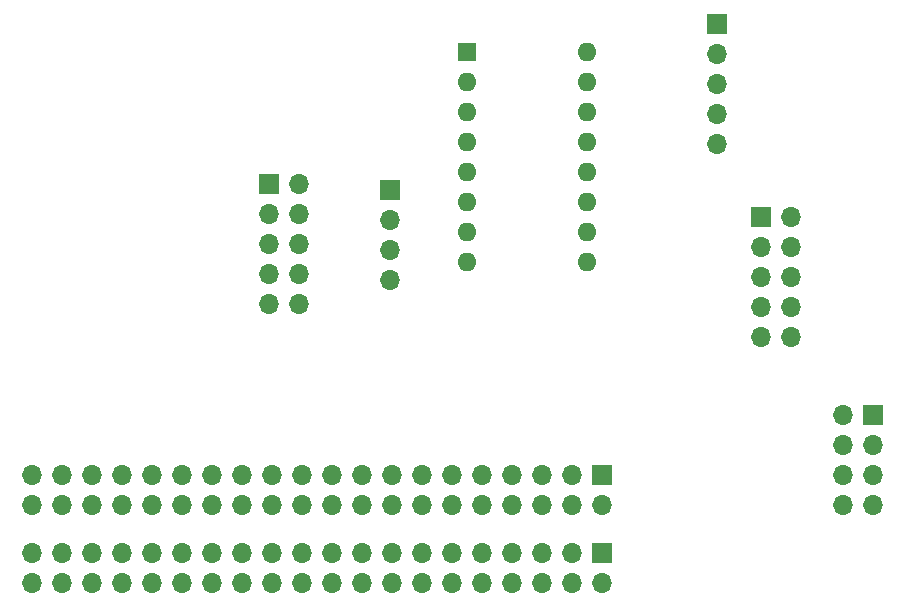
<source format=gbr>
%TF.GenerationSoftware,KiCad,Pcbnew,(5.1.9)-1*%
%TF.CreationDate,2022-08-11T12:06:35+02:00*%
%TF.ProjectId,raspi-shield,72617370-692d-4736-9869-656c642e6b69,rev?*%
%TF.SameCoordinates,Original*%
%TF.FileFunction,Soldermask,Bot*%
%TF.FilePolarity,Negative*%
%FSLAX46Y46*%
G04 Gerber Fmt 4.6, Leading zero omitted, Abs format (unit mm)*
G04 Created by KiCad (PCBNEW (5.1.9)-1) date 2022-08-11 12:06:35*
%MOMM*%
%LPD*%
G01*
G04 APERTURE LIST*
%ADD10O,1.600000X1.600000*%
%ADD11R,1.600000X1.600000*%
%ADD12O,1.700000X1.700000*%
%ADD13R,1.700000X1.700000*%
G04 APERTURE END LIST*
D10*
%TO.C,U1*%
X134112000Y-48133000D03*
X123952000Y-65913000D03*
X134112000Y-50673000D03*
X123952000Y-63373000D03*
X134112000Y-53213000D03*
X123952000Y-60833000D03*
X134112000Y-55753000D03*
X123952000Y-58293000D03*
X134112000Y-58293000D03*
X123952000Y-55753000D03*
X134112000Y-60833000D03*
X123952000Y-53213000D03*
X134112000Y-63373000D03*
X123952000Y-50673000D03*
X134112000Y-65913000D03*
D11*
X123952000Y-48133000D03*
%TD*%
D12*
%TO.C,J7*%
X87122000Y-86487000D03*
X87122000Y-83947000D03*
X89662000Y-86487000D03*
X89662000Y-83947000D03*
X92202000Y-86487000D03*
X92202000Y-83947000D03*
X94742000Y-86487000D03*
X94742000Y-83947000D03*
X97282000Y-86487000D03*
X97282000Y-83947000D03*
X99822000Y-86487000D03*
X99822000Y-83947000D03*
X102362000Y-86487000D03*
X102362000Y-83947000D03*
X104902000Y-86487000D03*
X104902000Y-83947000D03*
X107442000Y-86487000D03*
X107442000Y-83947000D03*
X109982000Y-86487000D03*
X109982000Y-83947000D03*
X112522000Y-86487000D03*
X112522000Y-83947000D03*
X115062000Y-86487000D03*
X115062000Y-83947000D03*
X117602000Y-86487000D03*
X117602000Y-83947000D03*
X120142000Y-86487000D03*
X120142000Y-83947000D03*
X122682000Y-86487000D03*
X122682000Y-83947000D03*
X125222000Y-86487000D03*
X125222000Y-83947000D03*
X127762000Y-86487000D03*
X127762000Y-83947000D03*
X130302000Y-86487000D03*
X130302000Y-83947000D03*
X132842000Y-86487000D03*
X132842000Y-83947000D03*
X135382000Y-86487000D03*
D13*
X135382000Y-83947000D03*
%TD*%
D12*
%TO.C,J6*%
X87122000Y-93091000D03*
X87122000Y-90551000D03*
X89662000Y-93091000D03*
X89662000Y-90551000D03*
X92202000Y-93091000D03*
X92202000Y-90551000D03*
X94742000Y-93091000D03*
X94742000Y-90551000D03*
X97282000Y-93091000D03*
X97282000Y-90551000D03*
X99822000Y-93091000D03*
X99822000Y-90551000D03*
X102362000Y-93091000D03*
X102362000Y-90551000D03*
X104902000Y-93091000D03*
X104902000Y-90551000D03*
X107442000Y-93091000D03*
X107442000Y-90551000D03*
X109982000Y-93091000D03*
X109982000Y-90551000D03*
X112522000Y-93091000D03*
X112522000Y-90551000D03*
X115062000Y-93091000D03*
X115062000Y-90551000D03*
X117602000Y-93091000D03*
X117602000Y-90551000D03*
X120142000Y-93091000D03*
X120142000Y-90551000D03*
X122682000Y-93091000D03*
X122682000Y-90551000D03*
X125222000Y-93091000D03*
X125222000Y-90551000D03*
X127762000Y-93091000D03*
X127762000Y-90551000D03*
X130302000Y-93091000D03*
X130302000Y-90551000D03*
X132842000Y-93091000D03*
X132842000Y-90551000D03*
X135382000Y-93091000D03*
D13*
X135382000Y-90551000D03*
%TD*%
D12*
%TO.C,J5*%
X151384000Y-72263000D03*
X148844000Y-72263000D03*
X151384000Y-69723000D03*
X148844000Y-69723000D03*
X151384000Y-67183000D03*
X148844000Y-67183000D03*
X151384000Y-64643000D03*
X148844000Y-64643000D03*
X151384000Y-62103000D03*
D13*
X148844000Y-62103000D03*
%TD*%
D12*
%TO.C,J4*%
X155829000Y-86487000D03*
X158369000Y-86487000D03*
X155829000Y-83947000D03*
X158369000Y-83947000D03*
X155829000Y-81407000D03*
X158369000Y-81407000D03*
X155829000Y-78867000D03*
D13*
X158369000Y-78867000D03*
%TD*%
D12*
%TO.C,J3*%
X117475000Y-67437000D03*
X117475000Y-64897000D03*
X117475000Y-62357000D03*
D13*
X117475000Y-59817000D03*
%TD*%
D12*
%TO.C,J2*%
X145161000Y-55880000D03*
X145161000Y-53340000D03*
X145161000Y-50800000D03*
X145161000Y-48260000D03*
D13*
X145161000Y-45720000D03*
%TD*%
D12*
%TO.C,J1*%
X109728000Y-69469000D03*
X107188000Y-69469000D03*
X109728000Y-66929000D03*
X107188000Y-66929000D03*
X109728000Y-64389000D03*
X107188000Y-64389000D03*
X109728000Y-61849000D03*
X107188000Y-61849000D03*
X109728000Y-59309000D03*
D13*
X107188000Y-59309000D03*
%TD*%
M02*

</source>
